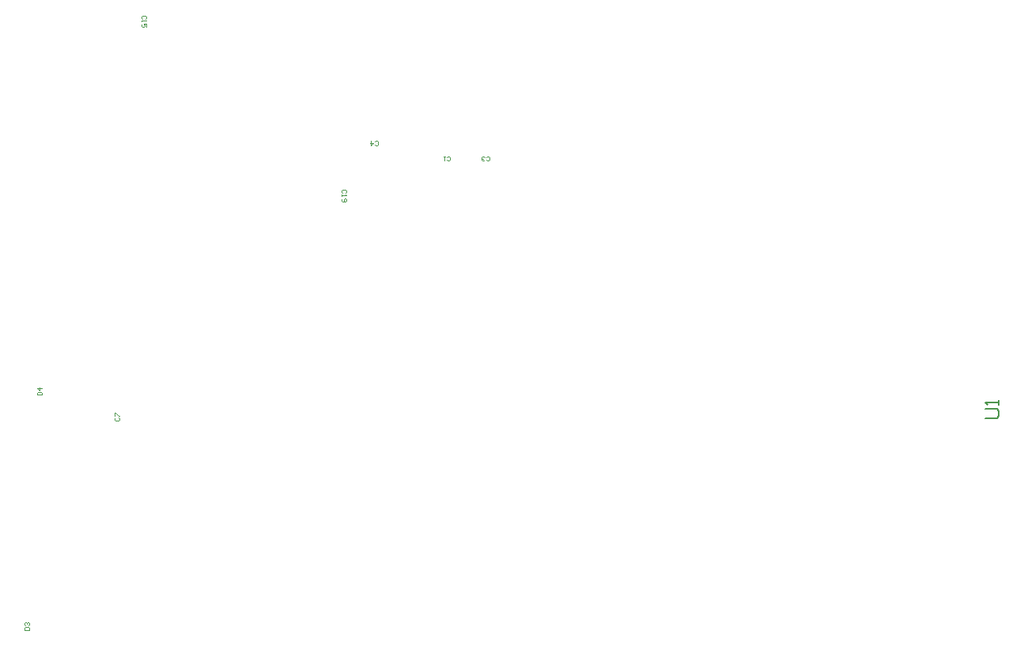
<source format=gbr>
%TF.GenerationSoftware,Altium Limited,Altium Designer,19.0.15 (446)*%
G04 Layer_Color=32768*
%FSLAX45Y45*%
%MOMM*%
%TF.FileFunction,Other,Top_Designator*%
%TF.Part,Single*%
G01*
G75*
%TA.AperFunction,NonConductor*%
%ADD122C,0.05000*%
%ADD124C,0.15000*%
D122*
X2057808Y2831404D02*
X2049477Y2823073D01*
Y2806412D01*
X2057808Y2798082D01*
X2091130D01*
X2099461Y2806412D01*
Y2823073D01*
X2091130Y2831404D01*
X2049477Y2848065D02*
Y2881388D01*
X2057808D01*
X2091130Y2848065D01*
X2099461D01*
X1084277Y550182D02*
X1134261D01*
Y575173D01*
X1125930Y583504D01*
X1092608D01*
X1084277Y575173D01*
Y550182D01*
X1092608Y600165D02*
X1084277Y608496D01*
Y625157D01*
X1092608Y633488D01*
X1100939D01*
X1109269Y625157D01*
Y616826D01*
Y625157D01*
X1117600Y633488D01*
X1125930D01*
X1134261Y625157D01*
Y608496D01*
X1125930Y600165D01*
X4834098Y5753520D02*
X4842428Y5745189D01*
X4859090D01*
X4867420Y5753520D01*
Y5786842D01*
X4859090Y5795173D01*
X4842428D01*
X4834098Y5786842D01*
X4792445Y5795173D02*
Y5745189D01*
X4817437Y5770181D01*
X4784114D01*
X2374483Y7100800D02*
X2382814Y7109131D01*
Y7125792D01*
X2374483Y7134122D01*
X2341161D01*
X2332830Y7125792D01*
Y7109131D01*
X2341161Y7100800D01*
X2332830Y7084139D02*
Y7067478D01*
Y7075808D01*
X2382814D01*
X2374483Y7084139D01*
X2382814Y7009163D02*
Y7042486D01*
X2357822D01*
X2366152Y7025824D01*
Y7017494D01*
X2357822Y7009163D01*
X2341161D01*
X2332830Y7017494D01*
Y7034155D01*
X2341161Y7042486D01*
X1216078Y3071202D02*
X1266062D01*
Y3096193D01*
X1257731Y3104524D01*
X1224409D01*
X1216078Y3096193D01*
Y3071202D01*
X1266062Y3146177D02*
X1216078D01*
X1241070Y3121185D01*
Y3154508D01*
X6028960Y5585838D02*
X6037291Y5577508D01*
X6053952D01*
X6062283Y5585838D01*
Y5619160D01*
X6053952Y5627491D01*
X6037291D01*
X6028960Y5619160D01*
X6012299Y5585838D02*
X6003968Y5577508D01*
X5987307D01*
X5978976Y5585838D01*
Y5594169D01*
X5987307Y5602499D01*
X5995638D01*
X5987307D01*
X5978976Y5610830D01*
Y5619160D01*
X5987307Y5627491D01*
X6003968D01*
X6012299Y5619160D01*
X5603960Y5585838D02*
X5612291Y5577508D01*
X5628952D01*
X5637283Y5585838D01*
Y5619160D01*
X5628952Y5627491D01*
X5612291D01*
X5603960Y5619160D01*
X5587299Y5627491D02*
X5570638D01*
X5578968D01*
Y5577508D01*
X5587299Y5585838D01*
X4520792Y5233096D02*
X4529123Y5241427D01*
Y5258088D01*
X4520792Y5266418D01*
X4487470D01*
X4479139Y5258088D01*
Y5241427D01*
X4487470Y5233096D01*
X4479139Y5216435D02*
Y5199774D01*
Y5208104D01*
X4529123D01*
X4520792Y5216435D01*
X4487470Y5174782D02*
X4479139Y5166451D01*
Y5149790D01*
X4487470Y5141459D01*
X4520792D01*
X4529123Y5149790D01*
Y5166451D01*
X4520792Y5174782D01*
X4512461D01*
X4504131Y5166451D01*
Y5141459D01*
D124*
X11368132Y2818943D02*
X11493092D01*
X11518084Y2843935D01*
Y2893919D01*
X11493092Y2918910D01*
X11368132D01*
X11518084Y2968894D02*
Y3018878D01*
Y2993886D01*
X11368132D01*
X11393124Y2968894D01*
%TF.MD5,e6c3ca5548b80f0afabdcb9d96993024*%
M02*

</source>
